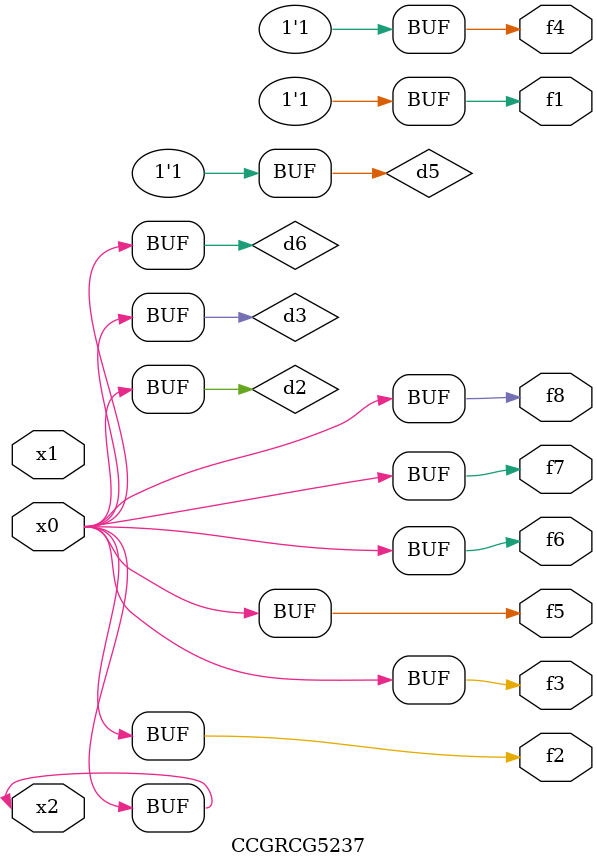
<source format=v>
module CCGRCG5237(
	input x0, x1, x2,
	output f1, f2, f3, f4, f5, f6, f7, f8
);

	wire d1, d2, d3, d4, d5, d6;

	xnor (d1, x2);
	buf (d2, x0, x2);
	and (d3, x0);
	xnor (d4, x1, x2);
	nand (d5, d1, d3);
	buf (d6, d2, d3);
	assign f1 = d5;
	assign f2 = d6;
	assign f3 = d6;
	assign f4 = d5;
	assign f5 = d6;
	assign f6 = d6;
	assign f7 = d6;
	assign f8 = d6;
endmodule

</source>
